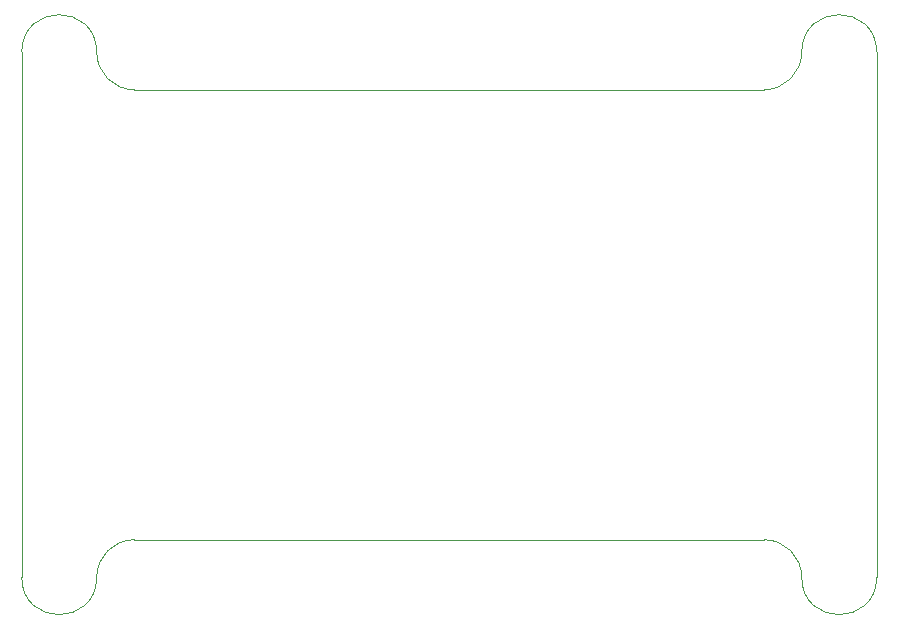
<source format=gm1>
G04 #@! TF.GenerationSoftware,KiCad,Pcbnew,(5.1.2)-2*
G04 #@! TF.CreationDate,2021-06-25T14:57:54+09:00*
G04 #@! TF.ProjectId,ui_board,75695f62-6f61-4726-942e-6b696361645f,rev?*
G04 #@! TF.SameCoordinates,Original*
G04 #@! TF.FileFunction,Profile,NP*
%FSLAX46Y46*%
G04 Gerber Fmt 4.6, Leading zero omitted, Abs format (unit mm)*
G04 Created by KiCad (PCBNEW (5.1.2)-2) date 2021-06-25 14:57:54*
%MOMM*%
%LPD*%
G04 APERTURE LIST*
%ADD10C,0.050000*%
G04 APERTURE END LIST*
D10*
X69850000Y-65405000D02*
G75*
G02X76200000Y-65405000I3175000J0D01*
G01*
X79375000Y-68580000D02*
G75*
G02X76200000Y-65405000I0J3175000D01*
G01*
X132715000Y-68580000D02*
X79375000Y-68580000D01*
X135890000Y-65405000D02*
G75*
G02X132715000Y-68580000I-3175000J0D01*
G01*
X135890000Y-65405000D02*
G75*
G02X142240000Y-65405000I3175000J0D01*
G01*
X142240000Y-109855000D02*
X142240000Y-65405000D01*
X142240000Y-109855000D02*
G75*
G02X135890000Y-109855000I-3175000J0D01*
G01*
X132715000Y-106680000D02*
G75*
G02X135890000Y-109855000I0J-3175000D01*
G01*
X79375000Y-106680000D02*
X132715000Y-106680000D01*
X76200000Y-109855000D02*
G75*
G02X79375000Y-106680000I3175000J0D01*
G01*
X76200000Y-109855000D02*
G75*
G02X69850000Y-109855000I-3175000J0D01*
G01*
X69850000Y-65405000D02*
X69850000Y-109855000D01*
M02*

</source>
